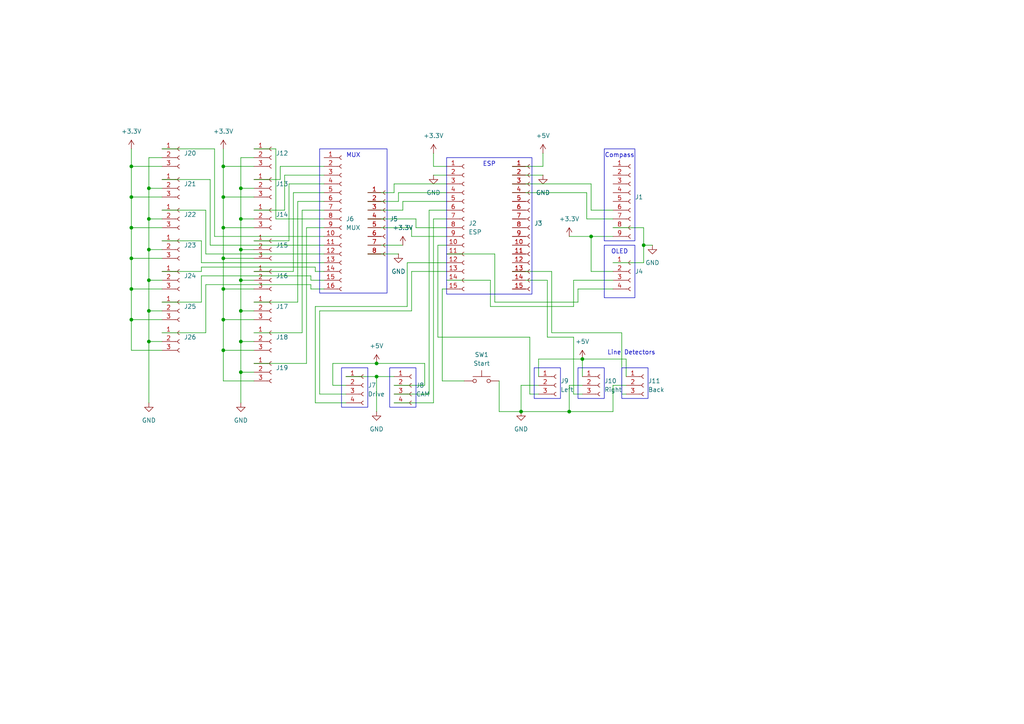
<source format=kicad_sch>
(kicad_sch (version 20250114) (generator "eeschema") (generator_version "9.0")
  (paper "A4")
  (lib_symbols
    (symbol "Connector:Conn_01x03_Socket" (pin_names (offset 1.016) (hide yes))
      (property "Reference" "J" (at 0 5.08 0))
      (property "Value" "Conn_01x03_Socket" (at 0 -5.08 0))
      (symbol "Conn_01x03_Socket_1_1"
        (polyline (pts (xy -1.27 2.54) (xy -0.508 2.54)) (stroke (width 0.1524)))
        (polyline (pts (xy -1.27 0) (xy -0.508 0)) (stroke (width 0.1524)))
        (polyline (pts (xy -1.27 -2.54) (xy -0.508 -2.54)) (stroke (width 0.1524)))
        (arc (start 0 2.032) (mid -0.5058 2.54) (end 0 3.048) (stroke (width 0.1524)))
        (arc (start 0 -0.508) (mid -0.5058 0) (end 0 0.508) (stroke (width 0.1524)))
        (arc (start 0 -3.048) (mid -0.5058 -2.54) (end 0 -2.032) (stroke (width 0.1524)))
        (pin passive line (at -5.08 2.54 0) (length 3.81) (name "Pin_1") (number "1"))
        (pin passive line (at -5.08 0 0) (length 3.81) (name "Pin_2") (number "2"))
        (pin passive line (at -5.08 -2.54 0) (length 3.81) (name "Pin_3") (number "3"))
      )
    )
    (symbol "Connector:Conn_01x04_Socket" (pin_names (offset 1.016) (hide yes))
      (property "Reference" "J" (at 0 5.08 0))
      (property "Value" "Conn_01x04_Socket" (at 0 -7.62 0))
      (symbol "Conn_01x04_Socket_1_1"
        (polyline (pts (xy -1.27 2.54) (xy -0.508 2.54)) (stroke (width 0.1524)))
        (polyline (pts (xy -1.27 0) (xy -0.508 0)) (stroke (width 0.1524)))
        (polyline (pts (xy -1.27 -2.54) (xy -0.508 -2.54)) (stroke (width 0.1524)))
        (polyline (pts (xy -1.27 -5.08) (xy -0.508 -5.08)) (stroke (width 0.1524)))
        (arc (start 0 2.032) (mid -0.5058 2.54) (end 0 3.048) (stroke (width 0.1524)))
        (arc (start 0 -0.508) (mid -0.5058 0) (end 0 0.508) (stroke (width 0.1524)))
        (arc (start 0 -3.048) (mid -0.5058 -2.54) (end 0 -2.032) (stroke (width 0.1524)))
        (arc (start 0 -5.588) (mid -0.5058 -5.08) (end 0 -4.572) (stroke (width 0.1524)))
        (pin passive line (at -5.08 2.54 0) (length 3.81) (name "Pin_1") (number "1"))
        (pin passive line (at -5.08 0 0) (length 3.81) (name "Pin_2") (number "2"))
        (pin passive line (at -5.08 -2.54 0) (length 3.81) (name "Pin_3") (number "3"))
        (pin passive line (at -5.08 -5.08 0) (length 3.81) (name "Pin_4") (number "4"))
      )
    )
    (symbol "Connector:Conn_01x08_Socket" (pin_names (offset 1.016) (hide yes))
      (property "Reference" "J" (at 0 10.16 0))
      (property "Value" "Conn_01x08_Socket" (at 0 -12.7 0))
      (symbol "Conn_01x08_Socket_1_1"
        (polyline (pts (xy -1.27 7.62) (xy -0.508 7.62)) (stroke (width 0.1524)))
        (polyline (pts (xy -1.27 5.08) (xy -0.508 5.08)) (stroke (width 0.1524)))
        (polyline (pts (xy -1.27 2.54) (xy -0.508 2.54)) (stroke (width 0.1524)))
        (polyline (pts (xy -1.27 0) (xy -0.508 0)) (stroke (width 0.1524)))
        (polyline (pts (xy -1.27 -2.54) (xy -0.508 -2.54)) (stroke (width 0.1524)))
        (polyline (pts (xy -1.27 -5.08) (xy -0.508 -5.08)) (stroke (width 0.1524)))
        (polyline (pts (xy -1.27 -7.62) (xy -0.508 -7.62)) (stroke (width 0.1524)))
        (polyline (pts (xy -1.27 -10.16) (xy -0.508 -10.16)) (stroke (width 0.1524)))
        (arc (start 0 7.112) (mid -0.5058 7.62) (end 0 8.128) (stroke (width 0.1524)))
        (arc (start 0 4.572) (mid -0.5058 5.08) (end 0 5.588) (stroke (width 0.1524)))
        (arc (start 0 2.032) (mid -0.5058 2.54) (end 0 3.048) (stroke (width 0.1524)))
        (arc (start 0 -0.508) (mid -0.5058 0) (end 0 0.508) (stroke (width 0.1524)))
        (arc (start 0 -3.048) (mid -0.5058 -2.54) (end 0 -2.032) (stroke (width 0.1524)))
        (arc (start 0 -5.588) (mid -0.5058 -5.08) (end 0 -4.572) (stroke (width 0.1524)))
        (arc (start 0 -8.128) (mid -0.5058 -7.62) (end 0 -7.112) (stroke (width 0.1524)))
        (arc (start 0 -10.668) (mid -0.5058 -10.16) (end 0 -9.652) (stroke (width 0.1524)))
        (pin passive line (at -5.08 7.62 0) (length 3.81) (name "Pin_1") (number "1"))
        (pin passive line (at -5.08 5.08 0) (length 3.81) (name "Pin_2") (number "2"))
        (pin passive line (at -5.08 2.54 0) (length 3.81) (name "Pin_3") (number "3"))
        (pin passive line (at -5.08 0 0) (length 3.81) (name "Pin_4") (number "4"))
        (pin passive line (at -5.08 -2.54 0) (length 3.81) (name "Pin_5") (number "5"))
        (pin passive line (at -5.08 -5.08 0) (length 3.81) (name "Pin_6") (number "6"))
        (pin passive line (at -5.08 -7.62 0) (length 3.81) (name "Pin_7") (number "7"))
        (pin passive line (at -5.08 -10.16 0) (length 3.81) (name "Pin_8") (number "8"))
      )
    )
    (symbol "Connector:Conn_01x09_Socket" (pin_names (offset 1.016) (hide yes))
      (property "Reference" "J" (at 0 12.7 0))
      (property "Value" "Conn_01x09_Socket" (at 0 -12.7 0))
      (symbol "Conn_01x09_Socket_1_1"
        (polyline (pts (xy -1.27 10.16) (xy -0.508 10.16)) (stroke (width 0.1524)))
        (polyline (pts (xy -1.27 7.62) (xy -0.508 7.62)) (stroke (width 0.1524)))
        (polyline (pts (xy -1.27 5.08) (xy -0.508 5.08)) (stroke (width 0.1524)))
        (polyline (pts (xy -1.27 2.54) (xy -0.508 2.54)) (stroke (width 0.1524)))
        (polyline (pts (xy -1.27 0) (xy -0.508 0)) (stroke (width 0.1524)))
        (polyline (pts (xy -1.27 -2.54) (xy -0.508 -2.54)) (stroke (width 0.1524)))
        (polyline (pts (xy -1.27 -5.08) (xy -0.508 -5.08)) (stroke (width 0.1524)))
        (polyline (pts (xy -1.27 -7.62) (xy -0.508 -7.62)) (stroke (width 0.1524)))
        (polyline (pts (xy -1.27 -10.16) (xy -0.508 -10.16)) (stroke (width 0.1524)))
        (arc (start 0 9.652) (mid -0.5058 10.16) (end 0 10.668) (stroke (width 0.1524)))
        (arc (start 0 7.112) (mid -0.5058 7.62) (end 0 8.128) (stroke (width 0.1524)))
        (arc (start 0 4.572) (mid -0.5058 5.08) (end 0 5.588) (stroke (width 0.1524)))
        (arc (start 0 2.032) (mid -0.5058 2.54) (end 0 3.048) (stroke (width 0.1524)))
        (arc (start 0 -0.508) (mid -0.5058 0) (end 0 0.508) (stroke (width 0.1524)))
        (arc (start 0 -3.048) (mid -0.5058 -2.54) (end 0 -2.032) (stroke (width 0.1524)))
        (arc (start 0 -5.588) (mid -0.5058 -5.08) (end 0 -4.572) (stroke (width 0.1524)))
        (arc (start 0 -8.128) (mid -0.5058 -7.62) (end 0 -7.112) (stroke (width 0.1524)))
        (arc (start 0 -10.668) (mid -0.5058 -10.16) (end 0 -9.652) (stroke (width 0.1524)))
        (pin passive line (at -5.08 10.16 0) (length 3.81) (name "Pin_1") (number "1"))
        (pin passive line (at -5.08 7.62 0) (length 3.81) (name "Pin_2") (number "2"))
        (pin passive line (at -5.08 5.08 0) (length 3.81) (name "Pin_3") (number "3"))
        (pin passive line (at -5.08 2.54 0) (length 3.81) (name "Pin_4") (number "4"))
        (pin passive line (at -5.08 0 0) (length 3.81) (name "Pin_5") (number "5"))
        (pin passive line (at -5.08 -2.54 0) (length 3.81) (name "Pin_6") (number "6"))
        (pin passive line (at -5.08 -5.08 0) (length 3.81) (name "Pin_7") (number "7"))
        (pin passive line (at -5.08 -7.62 0) (length 3.81) (name "Pin_8") (number "8"))
        (pin passive line (at -5.08 -10.16 0) (length 3.81) (name "Pin_9") (number "9"))
      )
    )
    (symbol "Connector:Conn_01x15_Socket" (pin_names (offset 1.016) (hide yes))
      (property "Reference" "J" (at 0 20.32 0))
      (property "Value" "Conn_01x15_Socket" (at 0 -20.32 0))
      (symbol "Conn_01x15_Socket_1_1"
        (polyline (pts (xy -1.27 17.78) (xy -0.508 17.78)) (stroke (width 0.1524)))
        (polyline (pts (xy -1.27 15.24) (xy -0.508 15.24)) (stroke (width 0.1524)))
        (polyline (pts (xy -1.27 12.7) (xy -0.508 12.7)) (stroke (width 0.1524)))
        (polyline (pts (xy -1.27 10.16) (xy -0.508 10.16)) (stroke (width 0.1524)))
        (polyline (pts (xy -1.27 7.62) (xy -0.508 7.62)) (stroke (width 0.1524)))
        (polyline (pts (xy -1.27 5.08) (xy -0.508 5.08)) (stroke (width 0.1524)))
        (polyline (pts (xy -1.27 2.54) (xy -0.508 2.54)) (stroke (width 0.1524)))
        (polyline (pts (xy -1.27 0) (xy -0.508 0)) (stroke (width 0.1524)))
        (polyline (pts (xy -1.27 -2.54) (xy -0.508 -2.54)) (stroke (width 0.1524)))
        (polyline (pts (xy -1.27 -5.08) (xy -0.508 -5.08)) (stroke (width 0.1524)))
        (polyline (pts (xy -1.27 -7.62) (xy -0.508 -7.62)) (stroke (width 0.1524)))
        (polyline (pts (xy -1.27 -10.16) (xy -0.508 -10.16)) (stroke (width 0.1524)))
        (polyline (pts (xy -1.27 -12.7) (xy -0.508 -12.7)) (stroke (width 0.1524)))
        (polyline (pts (xy -1.27 -15.24) (xy -0.508 -15.24)) (stroke (width 0.1524)))
        (polyline (pts (xy -1.27 -17.78) (xy -0.508 -17.78)) (stroke (width 0.1524)))
        (arc (start 0 17.272) (mid -0.5058 17.78) (end 0 18.288) (stroke (width 0.1524)))
        (arc (start 0 14.732) (mid -0.5058 15.24) (end 0 15.748) (stroke (width 0.1524)))
        (arc (start 0 12.192) (mid -0.5058 12.7) (end 0 13.208) (stroke (width 0.1524)))
        (arc (start 0 9.652) (mid -0.5058 10.16) (end 0 10.668) (stroke (width 0.1524)))
        (arc (start 0 7.112) (mid -0.5058 7.62) (end 0 8.128) (stroke (width 0.1524)))
        (arc (start 0 4.572) (mid -0.5058 5.08) (end 0 5.588) (stroke (width 0.1524)))
        (arc (start 0 2.032) (mid -0.5058 2.54) (end 0 3.048) (stroke (width 0.1524)))
        (arc (start 0 -0.508) (mid -0.5058 0) (end 0 0.508) (stroke (width 0.1524)))
        (arc (start 0 -3.048) (mid -0.5058 -2.54) (end 0 -2.032) (stroke (width 0.1524)))
        (arc (start 0 -5.588) (mid -0.5058 -5.08) (end 0 -4.572) (stroke (width 0.1524)))
        (arc (start 0 -8.128) (mid -0.5058 -7.62) (end 0 -7.112) (stroke (width 0.1524)))
        (arc (start 0 -10.668) (mid -0.5058 -10.16) (end 0 -9.652) (stroke (width 0.1524)))
        (arc (start 0 -13.208) (mid -0.5058 -12.7) (end 0 -12.192) (stroke (width 0.1524)))
        (arc (start 0 -15.748) (mid -0.5058 -15.24) (end 0 -14.732) (stroke (width 0.1524)))
        (arc (start 0 -18.288) (mid -0.5058 -17.78) (end 0 -17.272) (stroke (width 0.1524)))
        (pin passive line (at -5.08 17.78 0) (length 3.81) (name "Pin_1") (number "1"))
        (pin passive line (at -5.08 15.24 0) (length 3.81) (name "Pin_2") (number "2"))
        (pin passive line (at -5.08 12.7 0) (length 3.81) (name "Pin_3") (number "3"))
        (pin passive line (at -5.08 10.16 0) (length 3.81) (name "Pin_4") (number "4"))
        (pin passive line (at -5.08 7.62 0) (length 3.81) (name "Pin_5") (number "5"))
        (pin passive line (at -5.08 5.08 0) (length 3.81) (name "Pin_6") (number "6"))
        (pin passive line (at -5.08 2.54 0) (length 3.81) (name "Pin_7") (number "7"))
        (pin passive line (at -5.08 0 0) (length 3.81) (name "Pin_8") (number "8"))
        (pin passive line (at -5.08 -2.54 0) (length 3.81) (name "Pin_9") (number "9"))
        (pin passive line (at -5.08 -5.08 0) (length 3.81) (name "Pin_10") (number "10"))
        (pin passive line (at -5.08 -7.62 0) (length 3.81) (name "Pin_11") (number "11"))
        (pin passive line (at -5.08 -10.16 0) (length 3.81) (name "Pin_12") (number "12"))
        (pin passive line (at -5.08 -12.7 0) (length 3.81) (name "Pin_13") (number "13"))
        (pin passive line (at -5.08 -15.24 0) (length 3.81) (name "Pin_14") (number "14"))
        (pin passive line (at -5.08 -17.78 0) (length 3.81) (name "Pin_15") (number "15"))
      )
    )
    (symbol "Connector:Conn_01x16_Socket" (pin_names (offset 1.016) (hide yes))
      (property "Reference" "J" (at 0 20.32 0))
      (property "Value" "Conn_01x16_Socket" (at 0 -22.86 0))
      (symbol "Conn_01x16_Socket_1_1"
        (polyline (pts (xy -1.27 17.78) (xy -0.508 17.78)) (stroke (width 0.1524)))
        (polyline (pts (xy -1.27 15.24) (xy -0.508 15.24)) (stroke (width 0.1524)))
        (polyline (pts (xy -1.27 12.7) (xy -0.508 12.7)) (stroke (width 0.1524)))
        (polyline (pts (xy -1.27 10.16) (xy -0.508 10.16)) (stroke (width 0.1524)))
        (polyline (pts (xy -1.27 7.62) (xy -0.508 7.62)) (stroke (width 0.1524)))
        (polyline (pts (xy -1.27 5.08) (xy -0.508 5.08)) (stroke (width 0.1524)))
        (polyline (pts (xy -1.27 2.54) (xy -0.508 2.54)) (stroke (width 0.1524)))
        (polyline (pts (xy -1.27 0) (xy -0.508 0)) (stroke (width 0.1524)))
        (polyline (pts (xy -1.27 -2.54) (xy -0.508 -2.54)) (stroke (width 0.1524)))
        (polyline (pts (xy -1.27 -5.08) (xy -0.508 -5.08)) (stroke (width 0.1524)))
        (polyline (pts (xy -1.27 -7.62) (xy -0.508 -7.62)) (stroke (width 0.1524)))
        (polyline (pts (xy -1.27 -10.16) (xy -0.508 -10.16)) (stroke (width 0.1524)))
        (polyline (pts (xy -1.27 -12.7) (xy -0.508 -12.7)) (stroke (width 0.1524)))
        (polyline (pts (xy -1.27 -15.24) (xy -0.508 -15.24)) (stroke (width 0.1524)))
        (polyline (pts (xy -1.27 -17.78) (xy -0.508 -17.78)) (stroke (width 0.1524)))
        (polyline (pts (xy -1.27 -20.32) (xy -0.508 -20.32)) (stroke (width 0.1524)))
        (arc (start 0 17.272) (mid -0.5058 17.78) (end 0 18.288) (stroke (width 0.1524)))
        (arc (start 0 14.732) (mid -0.5058 15.24) (end 0 15.748) (stroke (width 0.1524)))
        (arc (start 0 12.192) (mid -0.5058 12.7) (end 0 13.208) (stroke (width 0.1524)))
        (arc (start 0 9.652) (mid -0.5058 10.16) (end 0 10.668) (stroke (width 0.1524)))
        (arc (start 0 7.112) (mid -0.5058 7.62) (end 0 8.128) (stroke (width 0.1524)))
        (arc (start 0 4.572) (mid -0.5058 5.08) (end 0 5.588) (stroke (width 0.1524)))
        (arc (start 0 2.032) (mid -0.5058 2.54) (end 0 3.048) (stroke (width 0.1524)))
        (arc (start 0 -0.508) (mid -0.5058 0) (end 0 0.508) (stroke (width 0.1524)))
        (arc (start 0 -3.048) (mid -0.5058 -2.54) (end 0 -2.032) (stroke (width 0.1524)))
        (arc (start 0 -5.588) (mid -0.5058 -5.08) (end 0 -4.572) (stroke (width 0.1524)))
        (arc (start 0 -8.128) (mid -0.5058 -7.62) (end 0 -7.112) (stroke (width 0.1524)))
        (arc (start 0 -10.668) (mid -0.5058 -10.16) (end 0 -9.652) (stroke (width 0.1524)))
        (arc (start 0 -13.208) (mid -0.5058 -12.7) (end 0 -12.192) (stroke (width 0.1524)))
        (arc (start 0 -15.748) (mid -0.5058 -15.24) (end 0 -14.732) (stroke (width 0.1524)))
        (arc (start 0 -18.288) (mid -0.5058 -17.78) (end 0 -17.272) (stroke (width 0.1524)))
        (arc (start 0 -20.828) (mid -0.5058 -20.32) (end 0 -19.812) (stroke (width 0.1524)))
        (pin passive line (at -5.08 17.78 0) (length 3.81) (name "Pin_1") (number "1"))
        (pin passive line (at -5.08 15.24 0) (length 3.81) (name "Pin_2") (number "2"))
        (pin passive line (at -5.08 12.7 0) (length 3.81) (name "Pin_3") (number "3"))
        (pin passive line (at -5.08 10.16 0) (length 3.81) (name "Pin_4") (number "4"))
        (pin passive line (at -5.08 7.62 0) (length 3.81) (name "Pin_5") (number "5"))
        (pin passive line (at -5.08 5.08 0) (length 3.81) (name "Pin_6") (number "6"))
        (pin passive line (at -5.08 2.54 0) (length 3.81) (name "Pin_7") (number "7"))
        (pin passive line (at -5.08 0 0) (length 3.81) (name "Pin_8") (number "8"))
        (pin passive line (at -5.08 -2.54 0) (length 3.81) (name "Pin_9") (number "9"))
        (pin passive line (at -5.08 -5.08 0) (length 3.81) (name "Pin_10") (number "10"))
        (pin passive line (at -5.08 -7.62 0) (length 3.81) (name "Pin_11") (number "11"))
        (pin passive line (at -5.08 -10.16 0) (length 3.81) (name "Pin_12") (number "12"))
        (pin passive line (at -5.08 -12.7 0) (length 3.81) (name "Pin_13") (number "13"))
        (pin passive line (at -5.08 -15.24 0) (length 3.81) (name "Pin_14") (number "14"))
        (pin passive line (at -5.08 -17.78 0) (length 3.81) (name "Pin_15") (number "15"))
        (pin passive line (at -5.08 -20.32 0) (length 3.81) (name "Pin_16") (number "16"))
      )
    )
    (symbol "Switch:SW_Push" (pin_numbers (hide yes)) (pin_names (offset 1.016) (hide yes))
      (property "Reference" "SW" (at 1.27 2.54 0))
      (property "Value" "SW_Push" (at 0 -1.524 0))
      (symbol "SW_Push_0_1"
        (circle (center -2.032 0) (radius 0.508))
        (polyline (pts (xy 0 1.27) (xy 0 3.048)))
        (circle (center 2.032 0) (radius 0.508))
        (polyline (pts (xy 2.54 1.27) (xy -2.54 1.27)))
        (pin passive line (at -5.08 0 0) (length 2.54) (name "1") (number "1"))
        (pin passive line (at 5.08 0 180) (length 2.54) (name "2") (number "2"))
      )
    )
    (symbol "power:+3.3V" (power) (pin_numbers (hide yes)) (pin_names (offset 0) (hide yes))
      (property "Value" "+3.3V" (at 0 3.556 0))
      (symbol "+3.3V_0_1"
        (polyline (pts (xy -0.762 1.27) (xy 0 2.54)))
        (polyline (pts (xy 0 2.54) (xy 0.762 1.27)))
        (polyline (pts (xy 0 0) (xy 0 2.54)))
      )
      (symbol "+3.3V_1_1"
        (pin power_in line (at 0 0 90) (length 0) (name "~") (number "1"))
      )
    )
    (symbol "power:+5V" (power) (pin_numbers (hide yes)) (pin_names (offset 0) (hide yes))
      (property "Value" "+5V" (at 0 3.556 0))
      (symbol "+5V_0_1"
        (polyline (pts (xy -0.762 1.27) (xy 0 2.54)))
        (polyline (pts (xy 0 2.54) (xy 0.762 1.27)))
        (polyline (pts (xy 0 0) (xy 0 2.54)))
      )
      (symbol "+5V_1_1"
        (pin power_in line (at 0 0 90) (length 0) (name "~") (number "1"))
      )
    )
    (symbol "power:GND" (power) (pin_numbers (hide yes)) (pin_names (offset 0) (hide yes))
      (property "Value" "GND" (at 0 -3.81 0))
      (symbol "GND_0_1"
        (polyline (pts (xy 0 0) (xy 0 -1.27) (xy 1.27 -1.27) (xy 0 -2.54) (xy -1.27 -1.27) (xy 0 -1.27)))
      )
      (symbol "GND_1_1"
        (pin power_in line (at 0 0 270) (length 0) (name "~") (number "1"))
      )
    )
  )
  (rectangle (start 180.34 106.68) (end 187.96 115.57))
  (rectangle (start 113.03 106.68) (end 120.65 118.11))
  (rectangle (start 154.94 106.68) (end 162.56 115.57))
  (rectangle (start 167.64 106.68) (end 175.26 115.57))
  (rectangle (start 99.06 106.68) (end 106.68 118.11))
  (text "Line Detectors" (at 183.134 102.362 0) (effects (font (size 1.27 1.27))))
  (text_box "OLED" (at 175.26 71.12 0) (size 8.89 15.24) (margins 0.9525 0.9525 0.9525 0.9525) (effects (font (size 1.27 1.27)) (justify top)))
  (text_box "Compass" (at 175.26 43.18 0) (size 8.89 26.67) (margins 0.9525 0.9525 0.9525 0.9525) (effects (font (size 1.27 1.27)) (justify top)))
  (text_box "ESP" (at 129.54 45.72 0) (size 24.7493 39.5807) (margins 0.9525 0.9525 0.9525 0.9525) (effects (font (size 1.27 1.27)) (justify top)))
  (text_box "MUX" (at 92.71 43.18 0) (size 19.5562 41.822) (margins 0.9525 0.9525 0.9525 0.9525) (effects (font (size 1.27 1.27)) (justify top)))
  (junction (at 38.1 57.15))
  (junction (at 64.77 101.6))
  (junction (at 69.85 72.39))
  (junction (at 168.91 104.14))
  (junction (at 43.18 54.61))
  (junction (at 38.1 48.26))
  (junction (at 69.85 99.06))
  (junction (at 43.18 81.28))
  (junction (at 38.1 83.82))
  (junction (at 69.85 107.95))
  (junction (at 64.77 92.71))
  (junction (at 43.18 72.39))
  (junction (at 64.77 57.15))
  (junction (at 43.18 90.17))
  (junction (at 151.13 119.38))
  (junction (at 69.85 63.5))
  (junction (at 69.85 54.61))
  (junction (at 109.22 105.41))
  (junction (at 165.1 119.38))
  (junction (at 64.77 48.26))
  (junction (at 69.85 90.17))
  (junction (at 69.85 81.28))
  (junction (at 38.1 92.71))
  (junction (at 171.45 68.58))
  (junction (at 64.77 66.04))
  (junction (at 38.1 74.93))
  (junction (at 38.1 66.04))
  (junction (at 109.22 109.22))
  (junction (at 64.77 83.82))
  (junction (at 43.18 63.5))
  (junction (at 64.77 74.93))
  (junction (at 186.69 71.12))
  (junction (at 43.18 99.06))
  (wire (pts (xy 160.02 78.74) (xy 160.02 96.52)))
  (wire (pts (xy 43.18 72.39) (xy 43.18 81.28)))
  (wire (pts (xy 186.69 71.12) (xy 186.69 66.04)))
  (wire (pts (xy 73.66 54.61) (xy 69.85 54.61)))
  (wire (pts (xy 38.1 57.15) (xy 38.1 66.04)))
  (wire (pts (xy 46.99 83.82) (xy 38.1 83.82)))
  (wire (pts (xy 73.66 105.41) (xy 88.9 105.41)))
  (wire (pts (xy 114.3 53.34) (xy 129.54 53.34)))
  (wire (pts (xy 91.44 116.84) (xy 100.33 116.84)))
  (wire (pts (xy 46.99 57.15) (xy 38.1 57.15)))
  (wire (pts (xy 69.85 81.28) (xy 69.85 90.17)))
  (wire (pts (xy 73.66 96.52) (xy 87.63 96.52)))
  (wire (pts (xy 120.65 63.5) (xy 106.68 63.5)))
  (wire (pts (xy 43.18 81.28) (xy 43.18 90.17)))
  (wire (pts (xy 62.23 43.18) (xy 62.23 68.58)))
  (wire (pts (xy 119.38 68.58) (xy 129.54 68.58)))
  (wire (pts (xy 158.75 97.79) (xy 166.37 97.79)))
  (wire (pts (xy 92.71 90.17) (xy 92.71 114.3)))
  (wire (pts (xy 46.99 74.93) (xy 38.1 74.93)))
  (wire (pts (xy 177.8 119.38) (xy 165.1 119.38)))
  (wire (pts (xy 129.54 76.2) (xy 118.11 76.2)))
  (wire (pts (xy 80.01 63.5) (xy 93.98 63.5)))
  (wire (pts (xy 73.66 81.28) (xy 69.85 81.28)))
  (wire (pts (xy 168.91 104.14) (xy 181.61 104.14)))
  (wire (pts (xy 73.66 57.15) (xy 64.77 57.15)))
  (wire (pts (xy 129.54 63.5) (xy 125.73 63.5)))
  (wire (pts (xy 114.3 55.88) (xy 114.3 53.34)))
  (wire (pts (xy 64.77 74.93) (xy 64.77 83.82)))
  (wire (pts (xy 148.59 50.8) (xy 157.48 50.8)))
  (wire (pts (xy 73.66 52.07) (xy 81.28 52.07)))
  (wire (pts (xy 118.11 76.2) (xy 118.11 88.9)))
  (wire (pts (xy 81.28 48.26) (xy 93.98 48.26)))
  (wire (pts (xy 142.24 88.9) (xy 166.37 88.9)))
  (wire (pts (xy 180.34 114.3) (xy 181.61 114.3)))
  (wire (pts (xy 64.77 101.6) (xy 64.77 92.71)))
  (wire (pts (xy 156.21 104.14) (xy 168.91 104.14)))
  (wire (pts (xy 120.65 66.04) (xy 120.65 63.5)))
  (wire (pts (xy 83.82 53.34) (xy 93.98 53.34)))
  (wire (pts (xy 73.66 87.63) (xy 86.36 87.63)))
  (wire (pts (xy 125.73 48.26) (xy 129.54 48.26)))
  (wire (pts (xy 114.3 111.76) (xy 123.19 111.76)))
  (wire (pts (xy 46.99 63.5) (xy 43.18 63.5)))
  (wire (pts (xy 59.69 60.96) (xy 59.69 73.66)))
  (wire (pts (xy 46.99 72.39) (xy 43.18 72.39)))
  (wire (pts (xy 171.45 68.58) (xy 177.8 68.58)))
  (wire (pts (xy 128.27 110.49) (xy 128.27 83.82)))
  (wire (pts (xy 64.77 48.26) (xy 64.77 57.15)))
  (wire (pts (xy 171.45 53.34) (xy 171.45 60.96)))
  (wire (pts (xy 109.22 109.22) (xy 114.3 109.22)))
  (wire (pts (xy 171.45 60.96) (xy 177.8 60.96)))
  (wire (pts (xy 177.8 66.04) (xy 186.69 66.04)))
  (wire (pts (xy 151.13 111.76) (xy 151.13 119.38)))
  (wire (pts (xy 90.17 83.82) (xy 93.98 83.82)))
  (wire (pts (xy 58.42 80.01) (xy 90.17 80.01)))
  (wire (pts (xy 153.67 97.79) (xy 153.67 114.3)))
  (wire (pts (xy 171.45 68.58) (xy 171.45 78.74)))
  (wire (pts (xy 90.17 82.55) (xy 90.17 83.82)))
  (wire (pts (xy 148.59 48.26) (xy 157.48 48.26)))
  (wire (pts (xy 73.66 101.6) (xy 64.77 101.6)))
  (wire (pts (xy 73.66 63.5) (xy 69.85 63.5)))
  (wire (pts (xy 166.37 97.79) (xy 166.37 114.3)))
  (wire (pts (xy 100.33 109.22) (xy 109.22 109.22)))
  (wire (pts (xy 189.23 71.12) (xy 186.69 71.12)))
  (wire (pts (xy 73.66 43.18) (xy 80.01 43.18)))
  (wire (pts (xy 59.69 82.55) (xy 90.17 82.55)))
  (wire (pts (xy 167.64 87.63) (xy 167.64 83.82)))
  (wire (pts (xy 148.59 78.74) (xy 160.02 78.74)))
  (wire (pts (xy 46.99 78.74) (xy 58.42 78.74)))
  (wire (pts (xy 106.68 71.12) (xy 116.84 71.12)))
  (wire (pts (xy 46.99 54.61) (xy 43.18 54.61)))
  (wire (pts (xy 160.02 96.52) (xy 180.34 96.52)))
  (wire (pts (xy 88.9 66.04) (xy 93.98 66.04)))
  (wire (pts (xy 38.1 48.26) (xy 38.1 57.15)))
  (wire (pts (xy 167.64 83.82) (xy 177.8 83.82)))
  (wire (pts (xy 90.17 80.01) (xy 90.17 81.28)))
  (wire (pts (xy 73.66 99.06) (xy 69.85 99.06)))
  (wire (pts (xy 64.77 83.82) (xy 64.77 92.71)))
  (wire (pts (xy 129.54 78.74) (xy 119.38 78.74)))
  (wire (pts (xy 38.1 48.26) (xy 38.1 43.18)))
  (wire (pts (xy 46.99 81.28) (xy 43.18 81.28)))
  (wire (pts (xy 43.18 63.5) (xy 43.18 72.39)))
  (wire (pts (xy 166.37 81.28) (xy 177.8 81.28)))
  (wire (pts (xy 165.1 119.38) (xy 151.13 119.38)))
  (wire (pts (xy 119.38 78.74) (xy 119.38 90.17)))
  (wire (pts (xy 43.18 90.17) (xy 43.18 99.06)))
  (wire (pts (xy 96.52 105.41) (xy 96.52 111.76)))
  (wire (pts (xy 43.18 45.72) (xy 43.18 54.61)))
  (wire (pts (xy 170.18 63.5) (xy 177.8 63.5)))
  (wire (pts (xy 60.96 71.12) (xy 93.98 71.12)))
  (wire (pts (xy 46.99 48.26) (xy 38.1 48.26)))
  (wire (pts (xy 165.1 111.76) (xy 165.1 119.38)))
  (wire (pts (xy 123.19 111.76) (xy 123.19 105.41)))
  (wire (pts (xy 114.3 116.84) (xy 125.73 116.84)))
  (wire (pts (xy 144.78 110.49) (xy 144.78 119.38)))
  (wire (pts (xy 166.37 114.3) (xy 168.91 114.3)))
  (wire (pts (xy 125.73 44.45) (xy 125.73 48.26)))
  (wire (pts (xy 46.99 101.6) (xy 38.1 101.6)))
  (wire (pts (xy 58.42 87.63) (xy 58.42 80.01)))
  (wire (pts (xy 129.54 73.66) (xy 143.51 73.66)))
  (wire (pts (xy 114.3 114.3) (xy 124.46 114.3)))
  (wire (pts (xy 116.84 58.42) (xy 129.54 58.42)))
  (wire (pts (xy 73.66 110.49) (xy 64.77 110.49)))
  (wire (pts (xy 128.27 83.82) (xy 129.54 83.82)))
  (wire (pts (xy 143.51 87.63) (xy 167.64 87.63)))
  (wire (pts (xy 177.8 76.2) (xy 186.69 76.2)))
  (wire (pts (xy 73.66 45.72) (xy 69.85 45.72)))
  (wire (pts (xy 125.73 63.5) (xy 125.73 116.84)))
  (wire (pts (xy 171.45 78.74) (xy 177.8 78.74)))
  (wire (pts (xy 109.22 105.41) (xy 96.52 105.41)))
  (wire (pts (xy 69.85 54.61) (xy 69.85 63.5)))
  (wire (pts (xy 106.68 73.66) (xy 115.57 73.66)))
  (wire (pts (xy 64.77 66.04) (xy 64.77 74.93)))
  (wire (pts (xy 69.85 45.72) (xy 69.85 54.61)))
  (wire (pts (xy 83.82 53.34) (xy 83.82 69.85)))
  (wire (pts (xy 69.85 72.39) (xy 69.85 81.28)))
  (wire (pts (xy 81.28 52.07) (xy 81.28 48.26)))
  (wire (pts (xy 86.36 87.63) (xy 86.36 58.42)))
  (wire (pts (xy 69.85 116.84) (xy 69.85 107.95)))
  (wire (pts (xy 157.48 48.26) (xy 157.48 44.45)))
  (wire (pts (xy 124.46 60.96) (xy 124.46 114.3)))
  (wire (pts (xy 109.22 109.22) (xy 109.22 119.38)))
  (wire (pts (xy 46.99 87.63) (xy 58.42 87.63)))
  (wire (pts (xy 125.73 50.8) (xy 129.54 50.8)))
  (wire (pts (xy 87.63 96.52) (xy 87.63 60.96)))
  (wire (pts (xy 168.91 109.22) (xy 168.91 104.14)))
  (wire (pts (xy 46.99 69.85) (xy 58.42 69.85)))
  (wire (pts (xy 38.1 74.93) (xy 38.1 83.82)))
  (wire (pts (xy 88.9 66.04) (xy 88.9 105.41)))
  (wire (pts (xy 58.42 77.47) (xy 91.44 77.47)))
  (wire (pts (xy 64.77 57.15) (xy 64.77 66.04)))
  (wire (pts (xy 46.99 60.96) (xy 59.69 60.96)))
  (wire (pts (xy 69.85 63.5) (xy 69.85 72.39)))
  (wire (pts (xy 170.18 55.88) (xy 170.18 63.5)))
  (wire (pts (xy 142.24 81.28) (xy 142.24 88.9)))
  (wire (pts (xy 106.68 55.88) (xy 114.3 55.88)))
  (wire (pts (xy 156.21 109.22) (xy 156.21 104.14)))
  (wire (pts (xy 143.51 73.66) (xy 143.51 87.63)))
  (wire (pts (xy 73.66 66.04) (xy 64.77 66.04)))
  (wire (pts (xy 73.66 60.96) (xy 82.55 60.96)))
  (wire (pts (xy 43.18 99.06) (xy 43.18 116.84)))
  (wire (pts (xy 91.44 77.47) (xy 91.44 78.74)))
  (wire (pts (xy 82.55 50.8) (xy 93.98 50.8)))
  (wire (pts (xy 64.77 110.49) (xy 64.77 101.6)))
  (wire (pts (xy 73.66 48.26) (xy 64.77 48.26)))
  (wire (pts (xy 58.42 78.74) (xy 58.42 77.47)))
  (wire (pts (xy 64.77 48.26) (xy 64.77 43.18)))
  (wire (pts (xy 38.1 83.82) (xy 38.1 92.71)))
  (wire (pts (xy 86.36 58.42) (xy 93.98 58.42)))
  (wire (pts (xy 69.85 107.95) (xy 73.66 107.95)))
  (wire (pts (xy 80.01 43.18) (xy 80.01 63.5)))
  (wire (pts (xy 69.85 99.06) (xy 69.85 107.95)))
  (wire (pts (xy 59.69 96.52) (xy 59.69 82.55)))
  (wire (pts (xy 73.66 72.39) (xy 69.85 72.39)))
  (wire (pts (xy 115.57 58.42) (xy 115.57 55.88)))
  (wire (pts (xy 128.27 110.49) (xy 134.62 110.49)))
  (wire (pts (xy 181.61 109.22) (xy 181.61 104.14)))
  (wire (pts (xy 109.22 105.41) (xy 123.19 105.41)))
  (wire (pts (xy 73.66 78.74) (xy 85.09 78.74)))
  (wire (pts (xy 73.66 83.82) (xy 64.77 83.82)))
  (wire (pts (xy 148.59 53.34) (xy 171.45 53.34)))
  (wire (pts (xy 46.99 52.07) (xy 60.96 52.07)))
  (wire (pts (xy 181.61 111.76) (xy 177.8 111.76)))
  (wire (pts (xy 46.99 96.52) (xy 59.69 96.52)))
  (wire (pts (xy 85.09 55.88) (xy 93.98 55.88)))
  (wire (pts (xy 91.44 88.9) (xy 91.44 116.84)))
  (wire (pts (xy 85.09 78.74) (xy 85.09 55.88)))
  (wire (pts (xy 166.37 81.28) (xy 166.37 88.9)))
  (wire (pts (xy 46.99 90.17) (xy 43.18 90.17)))
  (wire (pts (xy 58.42 76.2) (xy 93.98 76.2)))
  (wire (pts (xy 90.17 81.28) (xy 93.98 81.28)))
  (wire (pts (xy 59.69 73.66) (xy 93.98 73.66)))
  (wire (pts (xy 96.52 111.76) (xy 100.33 111.76)))
  (wire (pts (xy 115.57 55.88) (xy 129.54 55.88)))
  (wire (pts (xy 73.66 74.93) (xy 64.77 74.93)))
  (wire (pts (xy 116.84 60.96) (xy 116.84 58.42)))
  (wire (pts (xy 58.42 69.85) (xy 58.42 76.2)))
  (wire (pts (xy 46.99 99.06) (xy 43.18 99.06)))
  (wire (pts (xy 73.66 90.17) (xy 69.85 90.17)))
  (wire (pts (xy 129.54 81.28) (xy 142.24 81.28)))
  (wire (pts (xy 87.63 60.96) (xy 93.98 60.96)))
  (wire (pts (xy 148.59 81.28) (xy 158.75 81.28)))
  (wire (pts (xy 46.99 92.71) (xy 38.1 92.71)))
  (wire (pts (xy 46.99 45.72) (xy 43.18 45.72)))
  (wire (pts (xy 127 97.79) (xy 153.67 97.79)))
  (wire (pts (xy 186.69 71.12) (xy 186.69 76.2)))
  (wire (pts (xy 46.99 43.18) (xy 62.23 43.18)))
  (wire (pts (xy 127 71.12) (xy 129.54 71.12)))
  (wire (pts (xy 119.38 66.04) (xy 119.38 68.58)))
  (wire (pts (xy 82.55 50.8) (xy 82.55 60.96)))
  (wire (pts (xy 60.96 52.07) (xy 60.96 71.12)))
  (wire (pts (xy 106.68 60.96) (xy 116.84 60.96)))
  (wire (pts (xy 165.1 68.58) (xy 171.45 68.58)))
  (wire (pts (xy 62.23 68.58) (xy 93.98 68.58)))
  (wire (pts (xy 92.71 114.3) (xy 100.33 114.3)))
  (wire (pts (xy 158.75 81.28) (xy 158.75 97.79)))
  (wire (pts (xy 144.78 119.38) (xy 151.13 119.38)))
  (wire (pts (xy 118.11 88.9) (xy 91.44 88.9)))
  (wire (pts (xy 148.59 55.88) (xy 170.18 55.88)))
  (wire (pts (xy 73.66 69.85) (xy 83.82 69.85)))
  (wire (pts (xy 153.67 114.3) (xy 156.21 114.3)))
  (wire (pts (xy 73.66 92.71) (xy 64.77 92.71)))
  (wire (pts (xy 38.1 66.04) (xy 38.1 74.93)))
  (wire (pts (xy 127 97.79) (xy 127 71.12)))
  (wire (pts (xy 69.85 90.17) (xy 69.85 99.06)))
  (wire (pts (xy 177.8 111.76) (xy 177.8 119.38)))
  (wire (pts (xy 156.21 111.76) (xy 151.13 111.76)))
  (wire (pts (xy 119.38 90.17) (xy 92.71 90.17)))
  (wire (pts (xy 106.68 66.04) (xy 119.38 66.04)))
  (wire (pts (xy 180.34 96.52) (xy 180.34 114.3)))
  (wire (pts (xy 129.54 66.04) (xy 120.65 66.04)))
  (wire (pts (xy 43.18 54.61) (xy 43.18 63.5)))
  (wire (pts (xy 168.91 111.76) (xy 165.1 111.76)))
  (wire (pts (xy 46.99 66.04) (xy 38.1 66.04)))
  (wire (pts (xy 38.1 101.6) (xy 38.1 92.71)))
  (wire (pts (xy 91.44 78.74) (xy 93.98 78.74)))
  (wire (pts (xy 129.54 60.96) (xy 124.46 60.96)))
  (wire (pts (xy 106.68 58.42) (xy 115.57 58.42)))
  (symbol (lib_id "Connector:Conn_01x03_Socket") (at 161.29 111.76 0) (unit 1)
    (property "Reference" "J9" (at 162.56 110.4899 0) (effects (justify left)))
    (property "Value" "Left" (at 162.56 113.0299 0) (effects (justify left)))
    (property "Footprint" "Connector_PinSocket_2.54mm:PinSocket_1x03_P2.54mm_Vertical" (effects (hide yes)))
    (property "Description" "Generic connector, single row, 01x03, script generated" (effects (hide yes)))
  )
  (symbol (lib_id "power:GND") (at 109.22 119.38 0) (unit 1)
    (property "Reference" "#PWR05" (effects (hide yes)))
    (property "Value" "GND" (at 109.22 124.46 0))
    (property "Description" "Power symbol creates a global label with name \"GND\" , ground" (effects (hide yes)))
  )
  (symbol (lib_id "Connector:Conn_01x04_Socket") (at 119.38 111.76 0) (unit 1)
    (property "Reference" "J8" (at 120.65 111.7599 0) (effects (justify left)))
    (property "Value" "CAM" (at 120.65 114.2999 0) (effects (justify left)))
    (property "Footprint" "Connector_PinSocket_2.54mm:PinSocket_1x04_P2.54mm_Vertical" (effects (hide yes)))
    (property "Description" "Generic connector, single row, 01x04, script generated" (effects (hide yes)))
  )
  (symbol (lib_id "power:+3.3V") (at 165.1 68.58 0) (unit 1)
    (property "Reference" "#PWR010" (effects (hide yes)))
    (property "Value" "+3.3V" (at 165.1 63.5 0))
    (property "Description" "Power symbol creates a global label with name \"+3.3V\"" (effects (hide yes)))
  )
  (symbol (lib_id "power:+3.3V") (at 125.73 44.45 0) (unit 1)
    (property "Reference" "#PWR09" (effects (hide yes)))
    (property "Value" "+3.3V" (at 125.73 39.37 0))
    (property "Description" "Power symbol creates a global label with name \"+3.3V\"" (effects (hide yes)))
  )
  (symbol (lib_id "Connector:Conn_01x03_Socket") (at 173.99 111.76 0) (unit 1)
    (property "Reference" "J10" (at 175.26 110.4899 0) (effects (justify left)))
    (property "Value" "Right" (at 175.26 113.0299 0) (effects (justify left)))
    (property "Footprint" "Connector_PinSocket_2.54mm:PinSocket_1x03_P2.54mm_Vertical" (effects (hide yes)))
    (property "Description" "Generic connector, single row, 01x03, script generated" (effects (hide yes)))
  )
  (symbol (lib_id "Connector:Conn_01x04_Socket") (at 182.88 78.74 0) (unit 1)
    (property "Reference" "J4" (at 184.15 78.7399 0) (effects (justify left)))
    (property "Value" "OLED" (effects (hide yes)))
    (property "Footprint" "Connector_PinSocket_2.54mm:PinSocket_1x04_P2.54mm_Vertical" (effects (hide yes)))
    (property "Description" "Generic connector, single row, 01x04, script generated" (effects (hide yes)))
  )
  (symbol (lib_id "Connector:Conn_01x03_Socket") (at 52.07 72.39 0) (unit 1)
    (property "Reference" "J23" (at 53.34 71.1199 0) (effects (justify left)))
    (property "Value" "Conn_01x03_Socket" (effects (hide yes)))
    (property "Footprint" "Connector_PinSocket_2.54mm:PinSocket_1x03_P2.54mm_Vertical" (effects (hide yes)))
    (property "Description" "Generic connector, single row, 01x03, script generated" (effects (hide yes)))
  )
  (symbol (lib_id "power:GND") (at 43.18 116.84 0) (unit 1)
    (property "Reference" "#PWR016" (effects (hide yes)))
    (property "Value" "GND" (at 43.18 121.92 0))
    (property "Description" "Power symbol creates a global label with name \"GND\" , ground" (effects (hide yes)))
  )
  (symbol (lib_id "Connector:Conn_01x16_Socket") (at 99.06 63.5 0) (unit 1)
    (property "Reference" "J6" (at 100.33 63.4999 0) (effects (justify left)))
    (property "Value" "MUX" (at 100.33 66.0399 0) (effects (justify left)))
    (property "Footprint" "Connector_PinSocket_2.54mm:PinSocket_1x16_P2.54mm_Vertical" (effects (hide yes)))
    (property "Description" "Generic connector, single row, 01x16, script generated" (effects (hide yes)))
  )
  (symbol (lib_id "Connector:Conn_01x09_Socket") (at 182.88 58.42 0) (unit 1)
    (property "Reference" "J1" (at 184.15 57.1499 0) (effects (justify left)))
    (property "Value" "Compass" (effects (hide yes)))
    (property "Footprint" "Connector_PinSocket_2.54mm:PinSocket_1x09_P2.54mm_Vertical" (effects (hide yes)))
    (property "Description" "Generic connector, single row, 01x09, script generated" (effects (hide yes)))
  )
  (symbol (lib_id "Connector:Conn_01x03_Socket") (at 78.74 99.06 0) (unit 1)
    (property "Reference" "J18" (at 80.01 97.7899 0) (effects (justify left)))
    (property "Value" "Conn_01x03_Socket" (effects (hide yes)))
    (property "Footprint" "Connector_PinSocket_2.54mm:PinSocket_1x03_P2.54mm_Vertical" (effects (hide yes)))
    (property "Description" "Generic connector, single row, 01x03, script generated" (effects (hide yes)))
  )
  (symbol (lib_id "Connector:Conn_01x03_Socket") (at 78.74 45.72 0) (unit 1)
    (property "Reference" "J12" (at 80.01 44.4499 0) (effects (justify left)))
    (property "Value" "Conn_01x03_Socket" (effects (hide yes)))
    (property "Footprint" "Connector_PinSocket_2.54mm:PinSocket_1x03_P2.54mm_Vertical" (effects (hide yes)))
    (property "Description" "Generic connector, single row, 01x03, script generated" (effects (hide yes)))
  )
  (symbol (lib_id "power:+5V") (at 109.22 105.41 0) (unit 1)
    (property "Reference" "#PWR08" (effects (hide yes)))
    (property "Value" "+5V" (at 109.22 100.33 0))
    (property "Description" "Power symbol creates a global label with name \"+5V\"" (effects (hide yes)))
  )
  (symbol (lib_id "power:GND") (at 189.23 71.12 0) (unit 1)
    (property "Reference" "#PWR013" (effects (hide yes)))
    (property "Value" "GND" (at 189.23 76.2 0))
    (property "Description" "Power symbol creates a global label with name \"GND\" , ground" (effects (hide yes)))
  )
  (symbol (lib_id "power:+5V") (at 168.91 104.14 0) (unit 1)
    (property "Reference" "#PWR012" (effects (hide yes)))
    (property "Value" "+5V" (at 168.91 99.06 0))
    (property "Description" "Power symbol creates a global label with name \"+5V\"" (effects (hide yes)))
  )
  (symbol (lib_id "power:+3.3V") (at 38.1 43.18 0) (unit 1)
    (property "Reference" "#PWR015" (effects (hide yes)))
    (property "Value" "+3.3V" (at 38.1 38.1 0))
    (property "Description" "Power symbol creates a global label with name \"+3.3V\"" (effects (hide yes)))
  )
  (symbol (lib_id "Connector:Conn_01x03_Socket") (at 52.07 81.28 0) (unit 1)
    (property "Reference" "J24" (at 53.34 80.0099 0) (effects (justify left)))
    (property "Value" "Conn_01x03_Socket" (effects (hide yes)))
    (property "Footprint" "Connector_PinSocket_2.54mm:PinSocket_1x03_P2.54mm_Vertical" (effects (hide yes)))
    (property "Description" "Generic connector, single row, 01x03, script generated" (effects (hide yes)))
  )
  (symbol (lib_id "Switch:SW_Push") (at 139.7 110.49 0) (unit 1)
    (property "Reference" "SW1" (at 139.7 102.87 0))
    (property "Value" "Start" (at 139.7 105.41 0))
    (property "Footprint" "Diode_THT:D_5W_P5.08mm_Vertical_AnodeUp" (effects (hide yes)))
    (property "Description" "Push button switch, generic, two pins" (effects (hide yes)))
  )
  (symbol (lib_id "Connector:Conn_01x03_Socket") (at 78.74 54.61 0) (unit 1)
    (property "Reference" "J13" (at 80.01 53.3399 0) (effects (justify left)))
    (property "Value" "Conn_01x03_Socket" (effects (hide yes)))
    (property "Footprint" "Connector_PinSocket_2.54mm:PinSocket_1x03_P2.54mm_Vertical" (effects (hide yes)))
    (property "Description" "Generic connector, single row, 01x03, script generated" (effects (hide yes)))
  )
  (symbol (lib_id "power:GND") (at 69.85 116.84 0) (unit 1)
    (property "Reference" "#PWR03" (effects (hide yes)))
    (property "Value" "GND" (at 69.85 121.92 0))
    (property "Description" "Power symbol creates a global label with name \"GND\" , ground" (effects (hide yes)))
  )
  (symbol (lib_id "power:GND") (at 157.48 50.8 0) (unit 1)
    (property "Reference" "#PWR02" (effects (hide yes)))
    (property "Value" "GND" (at 157.48 55.88 0))
    (property "Description" "Power symbol creates a global label with name \"GND\" , ground" (effects (hide yes)))
  )
  (symbol (lib_id "Connector:Conn_01x15_Socket") (at 153.67 66.04 0) (unit 1)
    (property "Reference" "J3" (at 154.94 64.7699 0) (effects (justify left)))
    (property "Value" "ESP_" (effects (hide yes)))
    (property "Footprint" "Connector_PinSocket_2.54mm:PinSocket_1x15_P2.54mm_Vertical" (effects (hide yes)))
    (property "Description" "Generic connector, single row, 01x15, script generated" (effects (hide yes)))
  )
  (symbol (lib_id "Connector:Conn_01x03_Socket") (at 186.69 111.76 0) (unit 1)
    (property "Reference" "J11" (at 187.96 110.4899 0) (effects (justify left)))
    (property "Value" "Back" (at 187.96 113.0299 0) (effects (justify left)))
    (property "Footprint" "Connector_PinSocket_2.54mm:PinSocket_1x03_P2.54mm_Vertical" (effects (hide yes)))
    (property "Description" "Generic connector, single row, 01x03, script generated" (effects (hide yes)))
  )
  (symbol (lib_id "power:GND") (at 125.73 50.8 0) (unit 1)
    (property "Reference" "#PWR01" (effects (hide yes)))
    (property "Value" "GND" (at 125.73 55.88 0))
    (property "Description" "Power symbol creates a global label with name \"GND\" , ground" (effects (hide yes)))
  )
  (symbol (lib_id "Connector:Conn_01x04_Socket") (at 105.41 111.76 0) (unit 1)
    (property "Reference" "J7" (at 106.68 111.7599 0) (effects (justify left)))
    (property "Value" "Drive" (at 106.68 114.2999 0) (effects (justify left)))
    (property "Footprint" "Connector_PinSocket_2.54mm:PinSocket_1x04_P2.54mm_Vertical" (effects (hide yes)))
    (property "Description" "Generic connector, single row, 01x04, script generated" (effects (hide yes)))
  )
  (symbol (lib_id "Connector:Conn_01x03_Socket") (at 52.07 54.61 0) (unit 1)
    (property "Reference" "J21" (at 53.34 53.3399 0) (effects (justify left)))
    (property "Value" "Conn_01x03_Socket" (effects (hide yes)))
    (property "Footprint" "Connector_PinSocket_2.54mm:PinSocket_1x03_P2.54mm_Vertical" (effects (hide yes)))
    (property "Description" "Generic connector, single row, 01x03, script generated" (effects (hide yes)))
  )
  (symbol (lib_id "Connector:Conn_01x03_Socket") (at 52.07 45.72 0) (unit 1)
    (property "Reference" "J20" (at 53.34 44.4499 0) (effects (justify left)))
    (property "Value" "Conn_01x03_Socket" (effects (hide yes)))
    (property "Footprint" "Connector_PinSocket_2.54mm:PinSocket_1x03_P2.54mm_Vertical" (effects (hide yes)))
    (property "Description" "Generic connector, single row, 01x03, script generated" (effects (hide yes)))
  )
  (symbol (lib_id "power:+3.3V") (at 64.77 43.18 0) (unit 1)
    (property "Reference" "#PWR014" (effects (hide yes)))
    (property "Value" "+3.3V" (at 64.77 38.1 0))
    (property "Description" "Power symbol creates a global label with name \"+3.3V\"" (effects (hide yes)))
  )
  (symbol (lib_id "power:+5V") (at 157.48 44.45 0) (unit 1)
    (property "Reference" "#PWR07" (effects (hide yes)))
    (property "Value" "+5V" (at 157.48 39.37 0))
    (property "Description" "Power symbol creates a global label with name \"+5V\"" (effects (hide yes)))
  )
  (symbol (lib_id "Connector:Conn_01x03_Socket") (at 52.07 63.5 0) (unit 1)
    (property "Reference" "J22" (at 53.34 62.2299 0) (effects (justify left)))
    (property "Value" "Conn_01x03_Socket" (effects (hide yes)))
    (property "Footprint" "Connector_PinSocket_2.54mm:PinSocket_1x03_P2.54mm_Vertical" (effects (hide yes)))
    (property "Description" "Generic connector, single row, 01x03, script generated" (effects (hide yes)))
  )
  (symbol (lib_id "Connector:Conn_01x03_Socket") (at 52.07 99.06 0) (unit 1)
    (property "Reference" "J26" (at 53.34 97.7899 0) (effects (justify left)))
    (property "Value" "Conn_01x03_Socket" (effects (hide yes)))
    (property "Footprint" "Connector_PinSocket_2.54mm:PinSocket_1x03_P2.54mm_Vertical" (effects (hide yes)))
    (property "Description" "Generic connector, single row, 01x03, script generated" (effects (hide yes)))
  )
  (symbol (lib_id "Connector:Conn_01x03_Socket") (at 78.74 107.95 0) (unit 1)
    (property "Reference" "J19" (at 80.01 106.6799 0) (effects (justify left)))
    (property "Value" "Conn_01x03_Socket" (effects (hide yes)))
    (property "Footprint" "Connector_PinSocket_2.54mm:PinSocket_1x03_P2.54mm_Vertical" (effects (hide yes)))
    (property "Description" "Generic connector, single row, 01x03, script generated" (effects (hide yes)))
  )
  (symbol (lib_id "power:GND") (at 151.13 119.38 0) (unit 1)
    (property "Reference" "#PWR04" (effects (hide yes)))
    (property "Value" "GND" (at 151.13 124.46 0))
    (property "Description" "Power symbol creates a global label with name \"GND\" , ground" (effects (hide yes)))
  )
  (symbol (lib_id "Connector:Conn_01x03_Socket") (at 78.74 63.5 0) (unit 1)
    (property "Reference" "J14" (at 80.01 62.2299 0) (effects (justify left)))
    (property "Value" "Conn_01x03_Socket" (effects (hide yes)))
    (property "Footprint" "Connector_PinSocket_2.54mm:PinSocket_1x03_P2.54mm_Vertical" (effects (hide yes)))
    (property "Description" "Generic connector, single row, 01x03, script generated" (effects (hide yes)))
  )
  (symbol (lib_id "Connector:Conn_01x08_Socket") (at 111.76 63.5 0) (unit 1)
    (property "Reference" "J5" (at 113.03 63.4999 0) (effects (justify left)))
    (property "Value" "MUX_" (effects (hide yes)))
    (property "Footprint" "Connector_PinSocket_2.54mm:PinSocket_1x08_P2.54mm_Vertical" (effects (hide yes)))
    (property "Description" "Generic connector, single row, 01x08, script generated" (effects (hide yes)))
  )
  (symbol (lib_id "Connector:Conn_01x03_Socket") (at 78.74 81.28 0) (unit 1)
    (property "Reference" "J16" (at 80.01 80.0099 0) (effects (justify left)))
    (property "Value" "Conn_01x03_Socket" (effects (hide yes)))
    (property "Footprint" "Connector_PinSocket_2.54mm:PinSocket_1x03_P2.54mm_Vertical" (effects (hide yes)))
    (property "Description" "Generic connector, single row, 01x03, script generated" (effects (hide yes)))
  )
  (symbol (lib_id "power:+3.3V") (at 116.84 71.12 0) (unit 1)
    (property "Reference" "#PWR011" (effects (hide yes)))
    (property "Value" "+3.3V" (at 116.84 66.04 0))
    (property "Description" "Power symbol creates a global label with name \"+3.3V\"" (effects (hide yes)))
  )
  (symbol (lib_id "Connector:Conn_01x15_Socket") (at 134.62 66.04 0) (unit 1)
    (property "Reference" "J2" (at 135.89 64.7699 0) (effects (justify left)))
    (property "Value" "ESP" (at 135.89 67.3099 0) (effects (justify left)))
    (property "Footprint" "Connector_PinSocket_2.54mm:PinSocket_1x15_P2.54mm_Vertical" (effects (hide yes)))
    (property "Description" "Generic connector, single row, 01x15, script generated" (effects (hide yes)))
  )
  (symbol (lib_id "Connector:Conn_01x03_Socket") (at 78.74 72.39 0) (unit 1)
    (property "Reference" "J15" (at 80.01 71.1199 0) (effects (justify left)))
    (property "Value" "Conn_01x03_Socket" (effects (hide yes)))
    (property "Footprint" "Connector_PinSocket_2.54mm:PinSocket_1x03_P2.54mm_Vertical" (effects (hide yes)))
    (property "Description" "Generic connector, single row, 01x03, script generated" (effects (hide yes)))
  )
  (symbol (lib_id "Connector:Conn_01x03_Socket") (at 78.74 90.17 0) (unit 1)
    (property "Reference" "J17" (at 80.01 88.8999 0) (effects (justify left)))
    (property "Value" "Conn_01x03_Socket" (effects (hide yes)))
    (property "Footprint" "Connector_PinSocket_2.54mm:PinSocket_1x03_P2.54mm_Vertical" (effects (hide yes)))
    (property "Description" "Generic connector, single row, 01x03, script generated" (effects (hide yes)))
  )
  (symbol (lib_id "Connector:Conn_01x03_Socket") (at 52.07 90.17 0) (unit 1)
    (property "Reference" "J25" (at 53.34 88.8999 0) (effects (justify left)))
    (property "Value" "Conn_01x03_Socket" (effects (hide yes)))
    (property "Footprint" "Connector_PinSocket_2.54mm:PinSocket_1x03_P2.54mm_Vertical" (effects (hide yes)))
    (property "Description" "Generic connector, single row, 01x03, script generated" (effects (hide yes)))
  )
  (symbol (lib_id "power:GND") (at 115.57 73.66 0) (unit 1)
    (property "Reference" "#PWR06" (effects (hide yes)))
    (property "Value" "GND" (at 115.57 78.74 0))
    (property "Description" "Power symbol creates a global label with name \"GND\" , ground" (effects (hide yes)))
  )
)
</source>
